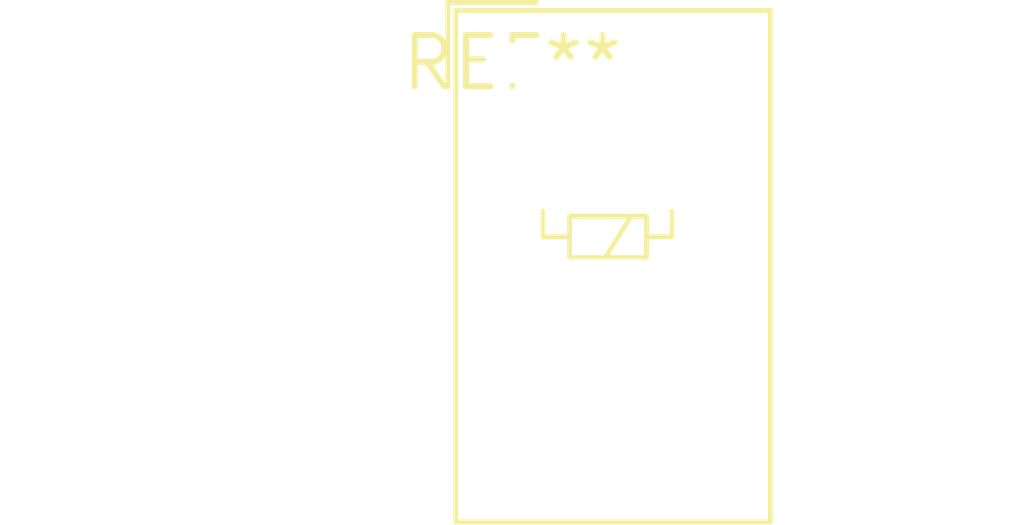
<source format=kicad_pcb>
(kicad_pcb (version 20240108) (generator pcbnew)
  (layers (0 "F.Cu" signal) (31 "B.Cu" signal) (34 "B.Paste" user) (35 "F.Paste" user) (36 "B.SilkS" user "B.Silkscreen") (37 "F.SilkS" user "F.Silkscreen") (38 "B.Mask" user) (39 "F.Mask" user) (44 "Edge.Cuts" user))
  (net 0 "")
  (footprint "Relay_SPDT_Omron_G5V-1" (layer "F.Cu") (at 0 0)
    (property "Reference" "REF**")
    (property "Value" "Relay_SPDT_Omron_G5V-1")
    (fp_line (start -1.6 -1.5) (end 0.6 -1.5) (layer "F.SilkS") (stroke (width 0.12)))
    (fp_line (start -1.6 0.6) (end -1.6 -1.5) (layer "F.SilkS") (stroke (width 0.12)))
    (fp_line (start -1.4 -1.3) (end 6.4 -1.3) (layer "F.SilkS") (stroke (width 0.12)))
    (fp_line (start -1.4 11.4) (end -1.4 -1.3) (layer "F.SilkS") (stroke (width 0.12)))
    (fp_line (start 0.762 3.683) (end 0.762 4.318) (layer "F.SilkS") (stroke (width 0.12)))
    (fp_line (start 0.762 4.318) (end 1.422 4.318) (layer "F.SilkS") (stroke (width 0.12)))
    (fp_line (start 1.422 3.81) (end 1.422 4.826) (layer "F.SilkS") (stroke (width 0.12)))
    (fp_line (start 1.422 4.826) (end 3.327 4.826) (layer "F.SilkS") (stroke (width 0.12)))
    (fp_line (start 2.946 3.81) (end 2.311 4.826) (layer "F.SilkS") (stroke (width 0.12)))
    (fp_line (start 3.327 3.81) (end 1.422 3.81) (layer "F.SilkS") (stroke (width 0.12)))
    (fp_line (start 3.327 3.81) (end 3.327 4.826) (layer "F.SilkS") (stroke (width 0.12)))
    (fp_line (start 3.962 3.683) (end 3.962 4.318) (layer "F.SilkS") (stroke (width 0.12)))
    (fp_line (start 3.962 4.318) (end 3.327 4.318) (layer "F.SilkS") (stroke (width 0.12)))
    (fp_line (start 6.4 -1.3) (end 6.4 11.4) (layer "F.SilkS") (stroke (width 0.12)))
    (fp_line (start 6.4 11.4) (end -1.4 11.4) (layer "F.SilkS") (stroke (width 0.12)))
    (pad "1" thru_hole rect (at 0 0) (size 2 2) (drill 1) (layers *.Cu *.Mask) (remove_unused_layers))
    (pad "2" thru_hole circle (at 0 2.54) (size 2 2) (drill 1) (layers *.Cu *.Mask) (remove_unused_layers))
    (pad "5" thru_hole circle (at 0 10.16) (size 2 2) (drill 1) (layers *.Cu *.Mask) (remove_unused_layers))
    (pad "6" thru_hole circle (at 5.08 10.16) (size 2 2) (drill 1) (layers *.Cu *.Mask) (remove_unused_layers))
    (pad "9" thru_hole circle (at 5.08 2.54) (size 2 2) (drill 1) (layers *.Cu *.Mask) (remove_unused_layers))
    (pad "10" thru_hole circle (at 5.08 0) (size 2 2) (drill 1) (layers *.Cu *.Mask) (remove_unused_layers))
  )
)
</source>
